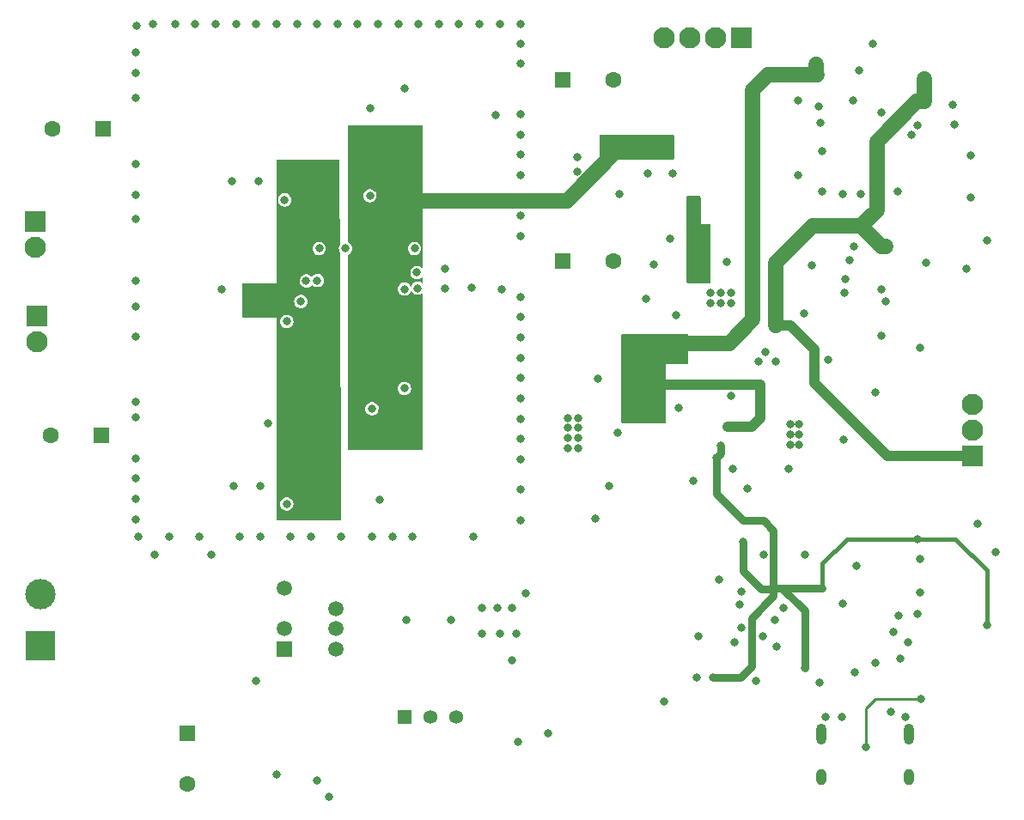
<source format=gbr>
%TF.GenerationSoftware,KiCad,Pcbnew,(6.0.0-0)*%
%TF.CreationDate,2022-09-04T12:08:37+02:00*%
%TF.ProjectId,RIAA_ADC,52494141-5f41-4444-932e-6b696361645f,rev?*%
%TF.SameCoordinates,Original*%
%TF.FileFunction,Copper,L3,Inr*%
%TF.FilePolarity,Positive*%
%FSLAX46Y46*%
G04 Gerber Fmt 4.6, Leading zero omitted, Abs format (unit mm)*
G04 Created by KiCad (PCBNEW (6.0.0-0)) date 2022-09-04 12:08:37*
%MOMM*%
%LPD*%
G01*
G04 APERTURE LIST*
%TA.AperFunction,ComponentPad*%
%ADD10R,1.600000X1.600000*%
%TD*%
%TA.AperFunction,ComponentPad*%
%ADD11C,1.600000*%
%TD*%
%TA.AperFunction,ComponentPad*%
%ADD12R,1.500000X1.500000*%
%TD*%
%TA.AperFunction,ComponentPad*%
%ADD13C,1.500000*%
%TD*%
%TA.AperFunction,ComponentPad*%
%ADD14R,2.100000X2.100000*%
%TD*%
%TA.AperFunction,ComponentPad*%
%ADD15C,2.100000*%
%TD*%
%TA.AperFunction,ComponentPad*%
%ADD16R,1.358000X1.358000*%
%TD*%
%TA.AperFunction,ComponentPad*%
%ADD17C,1.358000*%
%TD*%
%TA.AperFunction,ComponentPad*%
%ADD18O,1.000000X1.600000*%
%TD*%
%TA.AperFunction,ComponentPad*%
%ADD19O,1.000000X2.100000*%
%TD*%
%TA.AperFunction,ComponentPad*%
%ADD20R,3.000000X3.000000*%
%TD*%
%TA.AperFunction,ComponentPad*%
%ADD21C,3.000000*%
%TD*%
%TA.AperFunction,ViaPad*%
%ADD22C,0.800000*%
%TD*%
%TA.AperFunction,Conductor*%
%ADD23C,1.500000*%
%TD*%
%TA.AperFunction,Conductor*%
%ADD24C,0.400000*%
%TD*%
%TA.AperFunction,Conductor*%
%ADD25C,0.750000*%
%TD*%
%TA.AperFunction,Conductor*%
%ADD26C,1.000000*%
%TD*%
%TA.AperFunction,Conductor*%
%ADD27C,0.250000*%
%TD*%
G04 APERTURE END LIST*
D10*
%TO.N,Net-(C22-Pad1)*%
%TO.C,C22*%
X192800000Y-65775000D03*
D11*
%TO.N,PHONO_OUT_L*%
X197800000Y-65775000D03*
%TD*%
D12*
%TO.N,Net-(C27-Pad1)*%
%TO.C,U4*%
X165375151Y-104057500D03*
D13*
%TO.N,GND*%
X165375151Y-102057500D03*
%TO.N,unconnected-(U4-Pad4)*%
X165375151Y-98057500D03*
%TO.N,Net-(C37-Pad2)*%
X170455151Y-104057500D03*
%TO.N,GND*%
X170455151Y-102057500D03*
%TO.N,Net-(C39-Pad1)*%
X170455151Y-100057500D03*
%TD*%
D10*
%TO.N,Net-(C23-Pad1)*%
%TO.C,C23*%
X192800000Y-47975000D03*
D11*
%TO.N,PHONO_OUT_R*%
X197800000Y-47975000D03*
%TD*%
D14*
%TO.N,GND*%
%TO.C,J1*%
X141000000Y-71230000D03*
D15*
%TO.N,Net-(C2-Pad1)*%
X141000000Y-73770000D03*
%TD*%
D14*
%TO.N,PHONO_OUT_L*%
%TO.C,J3*%
X210400000Y-43800000D03*
D15*
%TO.N,GND*%
X207860000Y-43800000D03*
%TO.N,PHONO_OUT_R*%
X205320000Y-43800000D03*
%TO.N,GND*%
X202780000Y-43800000D03*
%TD*%
D14*
%TO.N,GND*%
%TO.C,J2*%
X140800000Y-61930000D03*
D15*
%TO.N,Net-(C3-Pad1)*%
X140800000Y-64470000D03*
%TD*%
D16*
%TO.N,Net-(C51-Pad1)*%
%TO.C,PS1*%
X177262651Y-110762500D03*
D17*
%TO.N,GND*%
X179802651Y-110762500D03*
%TO.N,Net-(C59-Pad1)*%
X182342651Y-110762500D03*
%TD*%
D18*
%TO.N,GND*%
%TO.C,J5*%
X226920000Y-116675000D03*
D19*
X226920000Y-112495000D03*
X218280000Y-112495000D03*
D18*
X218280000Y-116675000D03*
%TD*%
D10*
%TO.N,Net-(C5-Pad1)*%
%TO.C,C5*%
X147300000Y-83000000D03*
D11*
%TO.N,GND*%
X142300000Y-83000000D03*
%TD*%
D14*
%TO.N,+3.3VA*%
%TO.C,J7*%
X233200000Y-85000000D03*
D15*
%TO.N,Net-(J7-Pad2)*%
X233200000Y-82460000D03*
%TO.N,GND*%
X233200000Y-79920000D03*
%TD*%
D10*
%TO.N,Net-(C6-Pad1)*%
%TO.C,C6*%
X147500000Y-52800000D03*
D11*
%TO.N,GND*%
X142500000Y-52800000D03*
%TD*%
D10*
%TO.N,VCC*%
%TO.C,C45*%
X155802651Y-112375000D03*
D11*
%TO.N,GND*%
X155802651Y-117375000D03*
%TD*%
D20*
%TO.N,GND*%
%TO.C,J6*%
X141300000Y-103740000D03*
D21*
%TO.N,VCC*%
X141300000Y-98660000D03*
%TD*%
D22*
%TO.N,Net-(C5-Pad1)*%
X163800000Y-81800000D03*
%TO.N,GND*%
X188400000Y-113200000D03*
X225400000Y-102400000D03*
X169800000Y-118600000D03*
X150702651Y-67775000D03*
X201802651Y-66175000D03*
X158600000Y-42400000D03*
X164600000Y-116400000D03*
X193302651Y-82275000D03*
X197402651Y-87975000D03*
X188650000Y-81350000D03*
X213900000Y-103800000D03*
X228002651Y-74375000D03*
X193302651Y-81275000D03*
X220602651Y-68975000D03*
X214600000Y-100000000D03*
X188650000Y-46350000D03*
X160402651Y-87975000D03*
X188650000Y-61350000D03*
X216100000Y-82900000D03*
X166000000Y-93000000D03*
X158200000Y-94800000D03*
X205700000Y-87500000D03*
X151000000Y-93000000D03*
X226050000Y-105025000D03*
X194302651Y-84275000D03*
X156600000Y-42400000D03*
X188650000Y-85350000D03*
X152425000Y-42400000D03*
X220402651Y-59175000D03*
X164600000Y-42400000D03*
X209600000Y-86300000D03*
X173802651Y-50775000D03*
X228000000Y-95200000D03*
X162802651Y-57975000D03*
X233002651Y-59575000D03*
X227800000Y-100600000D03*
X224202651Y-51199500D03*
X160202651Y-57975000D03*
X188650000Y-75350000D03*
X184600000Y-42400000D03*
X188650000Y-55350000D03*
X178000000Y-93000000D03*
X162600000Y-42400000D03*
X189200000Y-98600000D03*
X223400000Y-44400000D03*
X209402651Y-68975000D03*
X216602651Y-70975000D03*
X165402651Y-59775000D03*
X228602651Y-65975000D03*
X212600000Y-94800000D03*
X174002651Y-80375000D03*
X188650000Y-51350000D03*
X188650000Y-77350000D03*
X220400000Y-99600000D03*
X210400000Y-98400000D03*
X225802651Y-58975000D03*
X177402651Y-101175000D03*
X218402651Y-58975000D03*
X213800000Y-75700000D03*
X188650000Y-73350000D03*
X188650000Y-57350000D03*
X204002651Y-71175000D03*
X150750000Y-59250000D03*
X168802651Y-64575000D03*
X188650000Y-69350000D03*
X212802651Y-74775000D03*
X196252651Y-77425000D03*
X203402651Y-63575000D03*
X174000000Y-93000000D03*
X219002651Y-75575000D03*
X204200000Y-80300000D03*
X194302651Y-82275000D03*
X186600000Y-42400000D03*
X182600000Y-42400000D03*
X194202651Y-55575000D03*
X218750000Y-110750000D03*
X215200000Y-82900000D03*
X191400000Y-112400000D03*
X150750000Y-89250000D03*
X216002651Y-57375000D03*
X198402651Y-59175000D03*
X154600000Y-42400000D03*
X193302651Y-83275000D03*
X188650000Y-91350000D03*
X150750000Y-45250000D03*
X194202651Y-56975000D03*
X159202651Y-68575000D03*
X184000000Y-93000000D03*
X150750000Y-79700000D03*
X168600000Y-42400000D03*
X196002651Y-91175000D03*
X177202651Y-78375000D03*
X218100000Y-107400000D03*
X223600000Y-78800000D03*
X221800000Y-95900000D03*
X207402651Y-68975000D03*
X168000000Y-93000000D03*
X161000000Y-93000000D03*
X163000000Y-93000000D03*
X208402651Y-68975000D03*
X150750000Y-85250000D03*
X231202651Y-50375000D03*
X178600000Y-42400000D03*
X150702651Y-70297349D03*
X201202651Y-57175000D03*
X206000000Y-106900000D03*
X188650000Y-83350000D03*
X177202651Y-48775000D03*
X232602651Y-66575000D03*
X150702651Y-73297349D03*
X181802651Y-101175000D03*
X165602651Y-89775000D03*
X209700000Y-103400000D03*
X150750000Y-91250000D03*
X198202651Y-82775000D03*
X188650000Y-53350000D03*
X228000000Y-98500000D03*
X150750000Y-56250000D03*
X233002651Y-55375000D03*
X212100000Y-75700000D03*
X188650000Y-71350000D03*
X202800000Y-109200000D03*
X177202651Y-68575000D03*
X215200000Y-81900000D03*
X176600000Y-42400000D03*
X222202651Y-59175000D03*
X187800000Y-105200000D03*
X162602651Y-107175000D03*
X165602651Y-71775000D03*
X170600000Y-42400000D03*
X188650000Y-88350000D03*
X226600000Y-110775000D03*
X188650000Y-44350000D03*
X201002651Y-69575000D03*
X168600000Y-117000000D03*
X171402651Y-64575000D03*
X163002651Y-87975000D03*
X150750000Y-47250000D03*
X208402651Y-69975000D03*
X227202651Y-53375000D03*
X216100000Y-83900000D03*
X188650000Y-42400000D03*
X224200000Y-73200000D03*
X231402651Y-52375000D03*
X216002651Y-49975000D03*
X154000000Y-93000000D03*
X183800000Y-68400000D03*
X234602651Y-63775000D03*
X173802651Y-59375000D03*
X150800000Y-42600000D03*
X150750000Y-87250000D03*
X166600000Y-42400000D03*
X216700000Y-94800000D03*
X152600000Y-94800000D03*
X150750000Y-49700000D03*
X157000000Y-93000000D03*
X193302651Y-84275000D03*
X172600000Y-42400000D03*
X215200000Y-83900000D03*
X194302651Y-81275000D03*
X209400000Y-79100000D03*
X221600000Y-106400000D03*
X178202651Y-64575000D03*
X180600000Y-42400000D03*
X188650000Y-63350000D03*
X176000000Y-93000000D03*
X167000000Y-69800000D03*
X188650000Y-79350000D03*
X150750000Y-81250000D03*
X174802651Y-89375000D03*
X160600000Y-42400000D03*
X174600000Y-42400000D03*
X209402651Y-69975000D03*
X207402651Y-69975000D03*
X150750000Y-61700000D03*
X194302651Y-83275000D03*
X216100000Y-81900000D03*
X171000000Y-93000000D03*
%TO.N,-12VA*%
X167800000Y-62000000D03*
X167200000Y-86200000D03*
X163000000Y-70600000D03*
X169400000Y-57400000D03*
X167000000Y-59600000D03*
X169600000Y-87200000D03*
X162400000Y-69400000D03*
X166400000Y-62600000D03*
X163600000Y-68600000D03*
X167200000Y-89400000D03*
X205600000Y-61800000D03*
X206200000Y-66800000D03*
X169800000Y-62000000D03*
X165400000Y-63600000D03*
X167000000Y-56600000D03*
X206200000Y-65400000D03*
X206400000Y-62800000D03*
%TO.N,+12VA*%
X174400000Y-66400000D03*
X176602651Y-53575000D03*
X202800000Y-54800000D03*
X173600000Y-65000000D03*
X172460000Y-83740000D03*
X200202651Y-54575000D03*
X201202651Y-54600000D03*
X177602651Y-53575000D03*
X174202651Y-64175000D03*
X175002651Y-82575000D03*
X174802651Y-53575000D03*
X175002651Y-83575000D03*
X198202651Y-54637500D03*
X172200000Y-70800000D03*
X172400000Y-53800000D03*
%TO.N,Net-(C22-Pad1)*%
X186802651Y-68602651D03*
%TO.N,PHONO_OUT_L*%
X203602651Y-57175000D03*
%TO.N,Net-(C23-Pad1)*%
X186202651Y-51375000D03*
%TO.N,+3V3*%
X216650000Y-105975000D03*
X207962500Y-85162500D03*
X208347389Y-84022389D03*
X234600000Y-101700000D03*
X218375000Y-98025000D03*
X207600000Y-106900000D03*
X227800000Y-93200000D03*
X210575000Y-93500000D03*
%TO.N,+15V*%
X186402651Y-99975000D03*
X187802651Y-99975000D03*
X178438826Y-66938826D03*
X178513826Y-68486174D03*
X181200000Y-66600000D03*
X181200000Y-68500000D03*
X184802651Y-99975000D03*
%TO.N,-15V*%
X167525000Y-67775000D03*
X186602651Y-102575000D03*
X184802651Y-102575000D03*
X188202651Y-102575000D03*
X168626325Y-67726325D03*
%TO.N,+3.3VA*%
X228427651Y-47872349D03*
X216902651Y-62875000D03*
X228427651Y-48872349D03*
X213802651Y-72175000D03*
X224602651Y-64375000D03*
X228427651Y-49772349D03*
%TO.N,+5V*%
X202852011Y-73897989D03*
X201950000Y-80925000D03*
X217850000Y-47450000D03*
X200350000Y-79225000D03*
X201975000Y-75200000D03*
X200400000Y-77200000D03*
X217800000Y-46450000D03*
X202300000Y-78000000D03*
X212300000Y-78000000D03*
X201775000Y-76450000D03*
X205002011Y-73897989D03*
X201100000Y-77900000D03*
X199400000Y-73975000D03*
X199775000Y-75350000D03*
X204200000Y-75250000D03*
X207125640Y-73897989D03*
X209062000Y-82138000D03*
X206002011Y-73897989D03*
%TO.N,SWDIO*%
X206200000Y-102800000D03*
X233700000Y-91700000D03*
%TO.N,SWCLK*%
X211825000Y-107200000D03*
X235475000Y-94475000D03*
%TO.N,/NRST*%
X213700000Y-101175000D03*
X225875000Y-100750000D03*
%TO.N,VBUS*%
X220300000Y-110800000D03*
X225150000Y-110250000D03*
%TO.N,USB_D_ESD+*%
X228075000Y-108975000D03*
X222725000Y-113750000D03*
%TO.N,MOSI_WM*%
X217372475Y-66272475D03*
X215037500Y-86337500D03*
%TO.N,RST_WM*%
X209000000Y-65900000D03*
X211000000Y-88225000D03*
%TO.N,Net-(R24-Pad2)*%
X218208288Y-52167374D03*
X218402651Y-54975000D03*
%TO.N,SS_WM*%
X220700000Y-67600000D03*
X208225000Y-97200000D03*
%TO.N,SCLK_WM*%
X210275000Y-99700000D03*
X221500000Y-64400000D03*
%TO.N,MISO_WM*%
X220500000Y-83425000D03*
X221100000Y-65700000D03*
%TO.N,USB_DM*%
X226800000Y-103400000D03*
X210375000Y-101950000D03*
%TO.N,USB_DP*%
X212500000Y-102825000D03*
X223625000Y-105450000D03*
%TO.N,DOUT_ADC*%
X218002651Y-50575000D03*
X224602651Y-69775000D03*
%TO.N,BCK_ADC*%
X224202651Y-68575000D03*
X221402651Y-49975000D03*
%TO.N,Net-(C63-Pad1)*%
X227752651Y-52425000D03*
X222000000Y-47000000D03*
%TD*%
D23*
%TO.N,+12VA*%
X198511149Y-54575000D02*
X193197323Y-59888826D01*
X200202651Y-54575000D02*
X198511149Y-54575000D01*
X178488826Y-59888826D02*
X174202651Y-64175000D01*
X193197323Y-59888826D02*
X178488826Y-59888826D01*
D24*
%TO.N,+3V3*%
X220800000Y-93200000D02*
X227800000Y-93200000D01*
D25*
X213574511Y-92374511D02*
X213574511Y-98174511D01*
X213724022Y-98025000D02*
X214425000Y-98025000D01*
X213724022Y-98025000D02*
X213574511Y-98174511D01*
X212600000Y-91400000D02*
X213574511Y-92374511D01*
X210575000Y-93500000D02*
X210575000Y-96375000D01*
D24*
X231500000Y-93200000D02*
X234600000Y-96300000D01*
D25*
X216650000Y-105975000D02*
X216650000Y-100250000D01*
D24*
X234600000Y-96300000D02*
X234600000Y-101700000D01*
X218375000Y-95625000D02*
X220800000Y-93200000D01*
D25*
X218375000Y-98025000D02*
X213724022Y-98025000D01*
X210300000Y-106900000D02*
X207600000Y-106900000D01*
X211400000Y-101000000D02*
X211400000Y-105800000D01*
X210575000Y-96375000D02*
X212374511Y-98174511D01*
X210600000Y-91400000D02*
X212600000Y-91400000D01*
X213300000Y-99100000D02*
X211400000Y-101000000D01*
X208347389Y-84777611D02*
X207962500Y-85162500D01*
X208347389Y-84022389D02*
X208347389Y-84777611D01*
X207962500Y-85162500D02*
X207962500Y-88762500D01*
X213574511Y-98174511D02*
X213574511Y-98825489D01*
X211400000Y-105800000D02*
X210300000Y-106900000D01*
D24*
X227800000Y-93200000D02*
X231500000Y-93200000D01*
D25*
X207962500Y-88762500D02*
X210600000Y-91400000D01*
D24*
X218375000Y-98025000D02*
X218375000Y-95625000D01*
D25*
X214425000Y-98025000D02*
X216650000Y-100250000D01*
X212374511Y-98174511D02*
X213574511Y-98174511D01*
X213574511Y-98825489D02*
X213300000Y-99100000D01*
D23*
%TO.N,+3.3VA*%
X217402651Y-62375000D02*
X216902651Y-62875000D01*
D26*
X215250000Y-72175000D02*
X217600000Y-74525000D01*
D23*
X224602651Y-64375000D02*
X224202651Y-64375000D01*
X216902651Y-62875000D02*
X213802651Y-65975000D01*
D26*
X230075000Y-85000000D02*
X224775000Y-85000000D01*
X224775000Y-85000000D02*
X217600000Y-77825000D01*
X217600000Y-74525000D02*
X217600000Y-77825000D01*
D23*
X223800000Y-54000000D02*
X227727651Y-50072349D01*
X222202651Y-62375000D02*
X223800000Y-60777651D01*
D26*
X233200000Y-85000000D02*
X230075000Y-85000000D01*
D23*
X222202651Y-62375000D02*
X217402651Y-62375000D01*
X224202651Y-64375000D02*
X222202651Y-62375000D01*
X228427651Y-50072349D02*
X228427651Y-47872349D01*
X227727651Y-50072349D02*
X228427651Y-50072349D01*
X213802651Y-65975000D02*
X213802651Y-72175000D01*
D26*
X213802651Y-72175000D02*
X215250000Y-72175000D01*
D23*
X223800000Y-60777651D02*
X223800000Y-54000000D01*
%TO.N,+5V*%
X211500000Y-49000000D02*
X213050000Y-47450000D01*
X209202011Y-73897989D02*
X211500000Y-71600000D01*
D26*
X201100000Y-77900000D02*
X200400000Y-77200000D01*
X212300000Y-78000000D02*
X202300000Y-78000000D01*
X212300000Y-78000000D02*
X212300000Y-81300000D01*
X201200000Y-78000000D02*
X201100000Y-77900000D01*
X212300000Y-81300000D02*
X211462000Y-82138000D01*
D23*
X207125640Y-73897989D02*
X209202011Y-73897989D01*
D26*
X217800000Y-47400000D02*
X217850000Y-47450000D01*
X211462000Y-82138000D02*
X209062000Y-82138000D01*
X202300000Y-78000000D02*
X201200000Y-78000000D01*
D23*
X213050000Y-47450000D02*
X217850000Y-47450000D01*
X211500000Y-71600000D02*
X211500000Y-49000000D01*
X217800000Y-46450000D02*
X217800000Y-47400000D01*
X207125640Y-73897989D02*
X205002011Y-73897989D01*
D27*
%TO.N,USB_D_ESD+*%
X228075000Y-108975000D02*
X223650000Y-108975000D01*
X223650000Y-108975000D02*
X222725000Y-109900000D01*
X222725000Y-109900000D02*
X222725000Y-113750000D01*
%TD*%
%TA.AperFunction,Conductor*%
%TO.N,+5V*%
G36*
X203000000Y-81649000D02*
G01*
X202979998Y-81717121D01*
X202926342Y-81763614D01*
X202874000Y-81775000D01*
X198726000Y-81775000D01*
X198657879Y-81754998D01*
X198611386Y-81701342D01*
X198600000Y-81649000D01*
X198600000Y-73101000D01*
X198620002Y-73032879D01*
X198673658Y-72986386D01*
X198726000Y-72975000D01*
X203000000Y-72975000D01*
X203000000Y-81649000D01*
G37*
%TD.AperFunction*%
%TD*%
%TA.AperFunction,Conductor*%
%TO.N,+12VA*%
G36*
X203744772Y-53395002D02*
G01*
X203791265Y-53448658D01*
X203802651Y-53501000D01*
X203802651Y-55649000D01*
X203782649Y-55717121D01*
X203728993Y-55763614D01*
X203676651Y-55775000D01*
X196528651Y-55775000D01*
X196460530Y-55754998D01*
X196414037Y-55701342D01*
X196402651Y-55649000D01*
X196402651Y-53501000D01*
X196422653Y-53432879D01*
X196476309Y-53386386D01*
X196528651Y-53375000D01*
X203676651Y-53375000D01*
X203744772Y-53395002D01*
G37*
%TD.AperFunction*%
%TD*%
%TA.AperFunction,Conductor*%
%TO.N,-12VA*%
G36*
X170785923Y-55814352D02*
G01*
X170800274Y-55848724D01*
X170818641Y-59118076D01*
X170847234Y-64207720D01*
X170838325Y-64236170D01*
X170821523Y-64260077D01*
X170819826Y-64262492D01*
X170762106Y-64410536D01*
X170741365Y-64568075D01*
X170758802Y-64726013D01*
X170813409Y-64875234D01*
X170815054Y-64877682D01*
X170815057Y-64877688D01*
X170843055Y-64919353D01*
X170851384Y-64946408D01*
X170999723Y-91350725D01*
X170985566Y-91385453D01*
X170950724Y-91400000D01*
X164649000Y-91400000D01*
X164614352Y-91385648D01*
X164600000Y-91351000D01*
X164600000Y-89768075D01*
X164941365Y-89768075D01*
X164958802Y-89926013D01*
X165013409Y-90075234D01*
X165102034Y-90207121D01*
X165219560Y-90314062D01*
X165222153Y-90315470D01*
X165222156Y-90315472D01*
X165332301Y-90375276D01*
X165359202Y-90389882D01*
X165512899Y-90430203D01*
X165601187Y-90431590D01*
X165668827Y-90432653D01*
X165668830Y-90432653D01*
X165671778Y-90432699D01*
X165674655Y-90432040D01*
X165674656Y-90432040D01*
X165823781Y-90397886D01*
X165823783Y-90397885D01*
X165826666Y-90397225D01*
X165829307Y-90395897D01*
X165829309Y-90395896D01*
X165899782Y-90360451D01*
X165968621Y-90325829D01*
X166089448Y-90222633D01*
X166182172Y-90093594D01*
X166241439Y-89946163D01*
X166263828Y-89788850D01*
X166263973Y-89775000D01*
X166244883Y-89617253D01*
X166243451Y-89613461D01*
X166189762Y-89471377D01*
X166189761Y-89471376D01*
X166188717Y-89468612D01*
X166098716Y-89337660D01*
X166096511Y-89335695D01*
X166096508Y-89335692D01*
X165982286Y-89233925D01*
X165980076Y-89231956D01*
X165839648Y-89157603D01*
X165685537Y-89118893D01*
X165604810Y-89118470D01*
X165529594Y-89118076D01*
X165529590Y-89118076D01*
X165526641Y-89118061D01*
X165523772Y-89118750D01*
X165523770Y-89118750D01*
X165375007Y-89154465D01*
X165372133Y-89155155D01*
X165230933Y-89228033D01*
X165111193Y-89332489D01*
X165109495Y-89334904D01*
X165109494Y-89334906D01*
X165105846Y-89340097D01*
X165019826Y-89462492D01*
X165018755Y-89465240D01*
X165018753Y-89465243D01*
X164981366Y-89561136D01*
X164962106Y-89610536D01*
X164941365Y-89768075D01*
X164600000Y-89768075D01*
X164600000Y-71768075D01*
X164941365Y-71768075D01*
X164958802Y-71926013D01*
X165013409Y-72075234D01*
X165102034Y-72207121D01*
X165219560Y-72314062D01*
X165222153Y-72315470D01*
X165222156Y-72315472D01*
X165332301Y-72375276D01*
X165359202Y-72389882D01*
X165512899Y-72430203D01*
X165601187Y-72431590D01*
X165668827Y-72432653D01*
X165668830Y-72432653D01*
X165671778Y-72432699D01*
X165674655Y-72432040D01*
X165674656Y-72432040D01*
X165823781Y-72397886D01*
X165823783Y-72397885D01*
X165826666Y-72397225D01*
X165829307Y-72395897D01*
X165829309Y-72395896D01*
X165899782Y-72360451D01*
X165968621Y-72325829D01*
X166089448Y-72222633D01*
X166182172Y-72093594D01*
X166241439Y-71946163D01*
X166263828Y-71788850D01*
X166263973Y-71775000D01*
X166244883Y-71617253D01*
X166243451Y-71613461D01*
X166189762Y-71471377D01*
X166189761Y-71471376D01*
X166188717Y-71468612D01*
X166098716Y-71337660D01*
X166096511Y-71335695D01*
X166096508Y-71335692D01*
X165982286Y-71233925D01*
X165980076Y-71231956D01*
X165839648Y-71157603D01*
X165685537Y-71118893D01*
X165604810Y-71118470D01*
X165529594Y-71118076D01*
X165529590Y-71118076D01*
X165526641Y-71118061D01*
X165523772Y-71118750D01*
X165523770Y-71118750D01*
X165375007Y-71154465D01*
X165372133Y-71155155D01*
X165230933Y-71228033D01*
X165111193Y-71332489D01*
X165109495Y-71334904D01*
X165109494Y-71334906D01*
X165105846Y-71340097D01*
X165019826Y-71462492D01*
X165018755Y-71465240D01*
X165018753Y-71465243D01*
X164981366Y-71561136D01*
X164962106Y-71610536D01*
X164941365Y-71768075D01*
X164600000Y-71768075D01*
X164600000Y-69793075D01*
X166338714Y-69793075D01*
X166356151Y-69951013D01*
X166410758Y-70100234D01*
X166499383Y-70232121D01*
X166616909Y-70339062D01*
X166619502Y-70340470D01*
X166619505Y-70340472D01*
X166729650Y-70400276D01*
X166756551Y-70414882D01*
X166910248Y-70455203D01*
X166998536Y-70456590D01*
X167066176Y-70457653D01*
X167066179Y-70457653D01*
X167069127Y-70457699D01*
X167072004Y-70457040D01*
X167072005Y-70457040D01*
X167221130Y-70422886D01*
X167221132Y-70422885D01*
X167224015Y-70422225D01*
X167226656Y-70420897D01*
X167226658Y-70420896D01*
X167297131Y-70385451D01*
X167365970Y-70350829D01*
X167486797Y-70247633D01*
X167579521Y-70118594D01*
X167638788Y-69971163D01*
X167661177Y-69813850D01*
X167661322Y-69800000D01*
X167642232Y-69642253D01*
X167640800Y-69638461D01*
X167587111Y-69496377D01*
X167587110Y-69496376D01*
X167586066Y-69493612D01*
X167496065Y-69362660D01*
X167493860Y-69360695D01*
X167493857Y-69360692D01*
X167379635Y-69258925D01*
X167377425Y-69256956D01*
X167236997Y-69182603D01*
X167082886Y-69143893D01*
X167002159Y-69143470D01*
X166926943Y-69143076D01*
X166926939Y-69143076D01*
X166923990Y-69143061D01*
X166921121Y-69143750D01*
X166921119Y-69143750D01*
X166772356Y-69179465D01*
X166769482Y-69180155D01*
X166628282Y-69253033D01*
X166508542Y-69357489D01*
X166506844Y-69359904D01*
X166506843Y-69359906D01*
X166503195Y-69365097D01*
X166417175Y-69487492D01*
X166416104Y-69490240D01*
X166416102Y-69490243D01*
X166378715Y-69586136D01*
X166359455Y-69635536D01*
X166338714Y-69793075D01*
X164600000Y-69793075D01*
X164600000Y-67768075D01*
X166863714Y-67768075D01*
X166881151Y-67926013D01*
X166935758Y-68075234D01*
X166937403Y-68077682D01*
X167000490Y-68171564D01*
X167024383Y-68207121D01*
X167141909Y-68314062D01*
X167144502Y-68315470D01*
X167144505Y-68315472D01*
X167206645Y-68349211D01*
X167281551Y-68389882D01*
X167435248Y-68430203D01*
X167523536Y-68431590D01*
X167591176Y-68432653D01*
X167591179Y-68432653D01*
X167594127Y-68432699D01*
X167597004Y-68432040D01*
X167597005Y-68432040D01*
X167746130Y-68397886D01*
X167746132Y-68397885D01*
X167749015Y-68397225D01*
X167751656Y-68395897D01*
X167751658Y-68395896D01*
X167860394Y-68341207D01*
X167890970Y-68325829D01*
X168011797Y-68222633D01*
X168052658Y-68165769D01*
X168084531Y-68146007D01*
X168121044Y-68154571D01*
X168125512Y-68158662D01*
X168125708Y-68158446D01*
X168243234Y-68265387D01*
X168245827Y-68266795D01*
X168245830Y-68266797D01*
X168335478Y-68315472D01*
X168382876Y-68341207D01*
X168536573Y-68381528D01*
X168624861Y-68382915D01*
X168692501Y-68383978D01*
X168692504Y-68383978D01*
X168695452Y-68384024D01*
X168698329Y-68383365D01*
X168698330Y-68383365D01*
X168847455Y-68349211D01*
X168847457Y-68349210D01*
X168850340Y-68348550D01*
X168852981Y-68347222D01*
X168852983Y-68347221D01*
X168923456Y-68311776D01*
X168992295Y-68277154D01*
X169113122Y-68173958D01*
X169159298Y-68109697D01*
X169204121Y-68047320D01*
X169204122Y-68047318D01*
X169205846Y-68044919D01*
X169265113Y-67897488D01*
X169287502Y-67740175D01*
X169287647Y-67726325D01*
X169268557Y-67568578D01*
X169229511Y-67465243D01*
X169213436Y-67422702D01*
X169213435Y-67422701D01*
X169212391Y-67419937D01*
X169122390Y-67288985D01*
X169120185Y-67287020D01*
X169120182Y-67287017D01*
X169005960Y-67185250D01*
X169003750Y-67183281D01*
X168863322Y-67108928D01*
X168709211Y-67070218D01*
X168628484Y-67069795D01*
X168553268Y-67069401D01*
X168553264Y-67069401D01*
X168550315Y-67069386D01*
X168547446Y-67070075D01*
X168547444Y-67070075D01*
X168398681Y-67105790D01*
X168395807Y-67106480D01*
X168393179Y-67107836D01*
X168393180Y-67107836D01*
X168298873Y-67156511D01*
X168254607Y-67179358D01*
X168134867Y-67283814D01*
X168102022Y-67330548D01*
X168098860Y-67335047D01*
X168067195Y-67355141D01*
X168030595Y-67346960D01*
X168022431Y-67339648D01*
X168021065Y-67337660D01*
X167902425Y-67231956D01*
X167761997Y-67157603D01*
X167607886Y-67118893D01*
X167527159Y-67118470D01*
X167451943Y-67118076D01*
X167451939Y-67118076D01*
X167448990Y-67118061D01*
X167446121Y-67118750D01*
X167446119Y-67118750D01*
X167297356Y-67154465D01*
X167294482Y-67155155D01*
X167153282Y-67228033D01*
X167033542Y-67332489D01*
X167031844Y-67334904D01*
X167031843Y-67334906D01*
X167017622Y-67355141D01*
X166942175Y-67462492D01*
X166884455Y-67610536D01*
X166884070Y-67613461D01*
X166869421Y-67724731D01*
X166863714Y-67768075D01*
X164600000Y-67768075D01*
X164600000Y-64568075D01*
X168141365Y-64568075D01*
X168158802Y-64726013D01*
X168213409Y-64875234D01*
X168302034Y-65007121D01*
X168419560Y-65114062D01*
X168422153Y-65115470D01*
X168422156Y-65115472D01*
X168532301Y-65175276D01*
X168559202Y-65189882D01*
X168712899Y-65230203D01*
X168801187Y-65231590D01*
X168868827Y-65232653D01*
X168868830Y-65232653D01*
X168871778Y-65232699D01*
X168874655Y-65232040D01*
X168874656Y-65232040D01*
X169023781Y-65197886D01*
X169023783Y-65197885D01*
X169026666Y-65197225D01*
X169029307Y-65195897D01*
X169029309Y-65195896D01*
X169099782Y-65160451D01*
X169168621Y-65125829D01*
X169289448Y-65022633D01*
X169382172Y-64893594D01*
X169441439Y-64746163D01*
X169463828Y-64588850D01*
X169463973Y-64575000D01*
X169444883Y-64417253D01*
X169443451Y-64413461D01*
X169389762Y-64271377D01*
X169389761Y-64271376D01*
X169388717Y-64268612D01*
X169298716Y-64137660D01*
X169296511Y-64135695D01*
X169296508Y-64135692D01*
X169182286Y-64033925D01*
X169180076Y-64031956D01*
X169039648Y-63957603D01*
X168885537Y-63918893D01*
X168804810Y-63918470D01*
X168729594Y-63918076D01*
X168729590Y-63918076D01*
X168726641Y-63918061D01*
X168723772Y-63918750D01*
X168723770Y-63918750D01*
X168575007Y-63954465D01*
X168572133Y-63955155D01*
X168430933Y-64028033D01*
X168311193Y-64132489D01*
X168309495Y-64134904D01*
X168309494Y-64134906D01*
X168305846Y-64140097D01*
X168219826Y-64262492D01*
X168218755Y-64265240D01*
X168218753Y-64265243D01*
X168181366Y-64361136D01*
X168162106Y-64410536D01*
X168141365Y-64568075D01*
X164600000Y-64568075D01*
X164600000Y-59768075D01*
X164741365Y-59768075D01*
X164758802Y-59926013D01*
X164813409Y-60075234D01*
X164902034Y-60207121D01*
X165019560Y-60314062D01*
X165022153Y-60315470D01*
X165022156Y-60315472D01*
X165132301Y-60375276D01*
X165159202Y-60389882D01*
X165312899Y-60430203D01*
X165401187Y-60431590D01*
X165468827Y-60432653D01*
X165468830Y-60432653D01*
X165471778Y-60432699D01*
X165474655Y-60432040D01*
X165474656Y-60432040D01*
X165623781Y-60397886D01*
X165623783Y-60397885D01*
X165626666Y-60397225D01*
X165629307Y-60395897D01*
X165629309Y-60395896D01*
X165699782Y-60360451D01*
X165768621Y-60325829D01*
X165889448Y-60222633D01*
X165982172Y-60093594D01*
X166041439Y-59946163D01*
X166063828Y-59788850D01*
X166063973Y-59775000D01*
X166044883Y-59617253D01*
X166043451Y-59613461D01*
X165989762Y-59471377D01*
X165989761Y-59471376D01*
X165988717Y-59468612D01*
X165898716Y-59337660D01*
X165896511Y-59335695D01*
X165896508Y-59335692D01*
X165782286Y-59233925D01*
X165780076Y-59231956D01*
X165639648Y-59157603D01*
X165485537Y-59118893D01*
X165404810Y-59118470D01*
X165329594Y-59118076D01*
X165329590Y-59118076D01*
X165326641Y-59118061D01*
X165323772Y-59118750D01*
X165323770Y-59118750D01*
X165175007Y-59154465D01*
X165172133Y-59155155D01*
X165030933Y-59228033D01*
X164911193Y-59332489D01*
X164909495Y-59334904D01*
X164909494Y-59334906D01*
X164905846Y-59340097D01*
X164819826Y-59462492D01*
X164818755Y-59465240D01*
X164818753Y-59465243D01*
X164781366Y-59561136D01*
X164762106Y-59610536D01*
X164741365Y-59768075D01*
X164600000Y-59768075D01*
X164600000Y-55849000D01*
X164614352Y-55814352D01*
X164649000Y-55800000D01*
X170751275Y-55800000D01*
X170785923Y-55814352D01*
G37*
%TD.AperFunction*%
%TD*%
%TA.AperFunction,Conductor*%
%TO.N,+12VA*%
G36*
X178985648Y-52414352D02*
G01*
X179000000Y-52449000D01*
X179000000Y-66450212D01*
X178985648Y-66484860D01*
X178951000Y-66499212D01*
X178918404Y-66486797D01*
X178818461Y-66397751D01*
X178816251Y-66395782D01*
X178675823Y-66321429D01*
X178521712Y-66282719D01*
X178440985Y-66282296D01*
X178365769Y-66281902D01*
X178365765Y-66281902D01*
X178362816Y-66281887D01*
X178359947Y-66282576D01*
X178359945Y-66282576D01*
X178211182Y-66318291D01*
X178208308Y-66318981D01*
X178067108Y-66391859D01*
X177947368Y-66496315D01*
X177945670Y-66498730D01*
X177945669Y-66498732D01*
X177901685Y-66561316D01*
X177856001Y-66626318D01*
X177854930Y-66629066D01*
X177854928Y-66629069D01*
X177817541Y-66724962D01*
X177798281Y-66774362D01*
X177777540Y-66931901D01*
X177794977Y-67089839D01*
X177849584Y-67239060D01*
X177938209Y-67370947D01*
X178055735Y-67477888D01*
X178058328Y-67479296D01*
X178058331Y-67479298D01*
X178168476Y-67539102D01*
X178195377Y-67553708D01*
X178349074Y-67594029D01*
X178437362Y-67595416D01*
X178505002Y-67596479D01*
X178505005Y-67596479D01*
X178507953Y-67596525D01*
X178510830Y-67595866D01*
X178510831Y-67595866D01*
X178659956Y-67561712D01*
X178659958Y-67561711D01*
X178662841Y-67561051D01*
X178665482Y-67559723D01*
X178665484Y-67559722D01*
X178735957Y-67524277D01*
X178804796Y-67489655D01*
X178919178Y-67391964D01*
X178954844Y-67380375D01*
X178988260Y-67397401D01*
X179000000Y-67429224D01*
X179000000Y-67930737D01*
X178985648Y-67965385D01*
X178951000Y-67979737D01*
X178918405Y-67967323D01*
X178891251Y-67943130D01*
X178750823Y-67868777D01*
X178596712Y-67830067D01*
X178515985Y-67829644D01*
X178440769Y-67829250D01*
X178440765Y-67829250D01*
X178437816Y-67829235D01*
X178434947Y-67829924D01*
X178434945Y-67829924D01*
X178286182Y-67865639D01*
X178283308Y-67866329D01*
X178142108Y-67939207D01*
X178022368Y-68043663D01*
X178020670Y-68046078D01*
X178020669Y-68046080D01*
X177976684Y-68108665D01*
X177931001Y-68173666D01*
X177929930Y-68176414D01*
X177929928Y-68176417D01*
X177886895Y-68286791D01*
X177860937Y-68313860D01*
X177823443Y-68314645D01*
X177795405Y-68286312D01*
X177789762Y-68271377D01*
X177789761Y-68271376D01*
X177788717Y-68268612D01*
X177698716Y-68137660D01*
X177696511Y-68135695D01*
X177696508Y-68135692D01*
X177582286Y-68033925D01*
X177580076Y-68031956D01*
X177439648Y-67957603D01*
X177285537Y-67918893D01*
X177204810Y-67918470D01*
X177129594Y-67918076D01*
X177129590Y-67918076D01*
X177126641Y-67918061D01*
X177123772Y-67918750D01*
X177123770Y-67918750D01*
X177014036Y-67945095D01*
X176972133Y-67955155D01*
X176830933Y-68028033D01*
X176711193Y-68132489D01*
X176709495Y-68134904D01*
X176709494Y-68134906D01*
X176680320Y-68176417D01*
X176619826Y-68262492D01*
X176618755Y-68265240D01*
X176618753Y-68265243D01*
X176610539Y-68286312D01*
X176562106Y-68410536D01*
X176541365Y-68568075D01*
X176558802Y-68726013D01*
X176613409Y-68875234D01*
X176615054Y-68877682D01*
X176691725Y-68991779D01*
X176702034Y-69007121D01*
X176704213Y-69009103D01*
X176704214Y-69009105D01*
X176741278Y-69042831D01*
X176819560Y-69114062D01*
X176822153Y-69115470D01*
X176822156Y-69115472D01*
X176932301Y-69175276D01*
X176959202Y-69189882D01*
X177112899Y-69230203D01*
X177201187Y-69231590D01*
X177268827Y-69232653D01*
X177268830Y-69232653D01*
X177271778Y-69232699D01*
X177274655Y-69232040D01*
X177274656Y-69232040D01*
X177423781Y-69197886D01*
X177423783Y-69197885D01*
X177426666Y-69197225D01*
X177429307Y-69195897D01*
X177429309Y-69195896D01*
X177499782Y-69160451D01*
X177568621Y-69125829D01*
X177672623Y-69037003D01*
X177687206Y-69024548D01*
X177687207Y-69024547D01*
X177689448Y-69022633D01*
X177782172Y-68893594D01*
X177826375Y-68783635D01*
X177829642Y-68775509D01*
X177855882Y-68748715D01*
X177893383Y-68748322D01*
X177921122Y-68776948D01*
X177924584Y-68786408D01*
X177926229Y-68788856D01*
X177996611Y-68893594D01*
X178013209Y-68918295D01*
X178130735Y-69025236D01*
X178133328Y-69026644D01*
X178133331Y-69026646D01*
X178159083Y-69040628D01*
X178270377Y-69101056D01*
X178424074Y-69141377D01*
X178512362Y-69142764D01*
X178580002Y-69143827D01*
X178580005Y-69143827D01*
X178582953Y-69143873D01*
X178585830Y-69143214D01*
X178585831Y-69143214D01*
X178734956Y-69109060D01*
X178734958Y-69109059D01*
X178737841Y-69108399D01*
X178740482Y-69107071D01*
X178740484Y-69107070D01*
X178872588Y-69040628D01*
X178879796Y-69037003D01*
X178919178Y-69003368D01*
X178954844Y-68991779D01*
X178988260Y-69008805D01*
X179000000Y-69040628D01*
X179000000Y-84351000D01*
X178985648Y-84385648D01*
X178951000Y-84400000D01*
X171649000Y-84400000D01*
X171614352Y-84385648D01*
X171600000Y-84351000D01*
X171600000Y-80368075D01*
X173341365Y-80368075D01*
X173358802Y-80526013D01*
X173413409Y-80675234D01*
X173502034Y-80807121D01*
X173619560Y-80914062D01*
X173622153Y-80915470D01*
X173622156Y-80915472D01*
X173732301Y-80975276D01*
X173759202Y-80989882D01*
X173912899Y-81030203D01*
X174001187Y-81031590D01*
X174068827Y-81032653D01*
X174068830Y-81032653D01*
X174071778Y-81032699D01*
X174074655Y-81032040D01*
X174074656Y-81032040D01*
X174223781Y-80997886D01*
X174223783Y-80997885D01*
X174226666Y-80997225D01*
X174229307Y-80995897D01*
X174229309Y-80995896D01*
X174299782Y-80960451D01*
X174368621Y-80925829D01*
X174489448Y-80822633D01*
X174582172Y-80693594D01*
X174641439Y-80546163D01*
X174663828Y-80388850D01*
X174663973Y-80375000D01*
X174644883Y-80217253D01*
X174643451Y-80213461D01*
X174589762Y-80071377D01*
X174589761Y-80071376D01*
X174588717Y-80068612D01*
X174498716Y-79937660D01*
X174496511Y-79935695D01*
X174496508Y-79935692D01*
X174382286Y-79833925D01*
X174380076Y-79831956D01*
X174239648Y-79757603D01*
X174085537Y-79718893D01*
X174004810Y-79718470D01*
X173929594Y-79718076D01*
X173929590Y-79718076D01*
X173926641Y-79718061D01*
X173923772Y-79718750D01*
X173923770Y-79718750D01*
X173775007Y-79754465D01*
X173772133Y-79755155D01*
X173630933Y-79828033D01*
X173511193Y-79932489D01*
X173509495Y-79934904D01*
X173509494Y-79934906D01*
X173505846Y-79940097D01*
X173419826Y-80062492D01*
X173418755Y-80065240D01*
X173418753Y-80065243D01*
X173381366Y-80161136D01*
X173362106Y-80210536D01*
X173341365Y-80368075D01*
X171600000Y-80368075D01*
X171600000Y-78368075D01*
X176541365Y-78368075D01*
X176558802Y-78526013D01*
X176613409Y-78675234D01*
X176702034Y-78807121D01*
X176819560Y-78914062D01*
X176822153Y-78915470D01*
X176822156Y-78915472D01*
X176932301Y-78975276D01*
X176959202Y-78989882D01*
X177112899Y-79030203D01*
X177201187Y-79031590D01*
X177268827Y-79032653D01*
X177268830Y-79032653D01*
X177271778Y-79032699D01*
X177274655Y-79032040D01*
X177274656Y-79032040D01*
X177423781Y-78997886D01*
X177423783Y-78997885D01*
X177426666Y-78997225D01*
X177429307Y-78995897D01*
X177429309Y-78995896D01*
X177499782Y-78960451D01*
X177568621Y-78925829D01*
X177689448Y-78822633D01*
X177782172Y-78693594D01*
X177841439Y-78546163D01*
X177863828Y-78388850D01*
X177863973Y-78375000D01*
X177844883Y-78217253D01*
X177843451Y-78213461D01*
X177789762Y-78071377D01*
X177789761Y-78071376D01*
X177788717Y-78068612D01*
X177698716Y-77937660D01*
X177696511Y-77935695D01*
X177696508Y-77935692D01*
X177582286Y-77833925D01*
X177580076Y-77831956D01*
X177439648Y-77757603D01*
X177285537Y-77718893D01*
X177204810Y-77718470D01*
X177129594Y-77718076D01*
X177129590Y-77718076D01*
X177126641Y-77718061D01*
X177123772Y-77718750D01*
X177123770Y-77718750D01*
X176975007Y-77754465D01*
X176972133Y-77755155D01*
X176830933Y-77828033D01*
X176711193Y-77932489D01*
X176709495Y-77934904D01*
X176709494Y-77934906D01*
X176705846Y-77940097D01*
X176619826Y-78062492D01*
X176618755Y-78065240D01*
X176618753Y-78065243D01*
X176581366Y-78161136D01*
X176562106Y-78210536D01*
X176541365Y-78368075D01*
X171600000Y-78368075D01*
X171600000Y-65240841D01*
X171614352Y-65206193D01*
X171626983Y-65197066D01*
X171712210Y-65154201D01*
X171768621Y-65125829D01*
X171889448Y-65022633D01*
X171982172Y-64893594D01*
X172041439Y-64746163D01*
X172063828Y-64588850D01*
X172063973Y-64575000D01*
X172063135Y-64568075D01*
X177541365Y-64568075D01*
X177558802Y-64726013D01*
X177613409Y-64875234D01*
X177702034Y-65007121D01*
X177819560Y-65114062D01*
X177822153Y-65115470D01*
X177822156Y-65115472D01*
X177932301Y-65175276D01*
X177959202Y-65189882D01*
X178112899Y-65230203D01*
X178201187Y-65231590D01*
X178268827Y-65232653D01*
X178268830Y-65232653D01*
X178271778Y-65232699D01*
X178274655Y-65232040D01*
X178274656Y-65232040D01*
X178423781Y-65197886D01*
X178423783Y-65197885D01*
X178426666Y-65197225D01*
X178429307Y-65195897D01*
X178429309Y-65195896D01*
X178499782Y-65160451D01*
X178568621Y-65125829D01*
X178689448Y-65022633D01*
X178782172Y-64893594D01*
X178841439Y-64746163D01*
X178863828Y-64588850D01*
X178863973Y-64575000D01*
X178844883Y-64417253D01*
X178843451Y-64413461D01*
X178789762Y-64271377D01*
X178789761Y-64271376D01*
X178788717Y-64268612D01*
X178698716Y-64137660D01*
X178696511Y-64135695D01*
X178696508Y-64135692D01*
X178582286Y-64033925D01*
X178580076Y-64031956D01*
X178439648Y-63957603D01*
X178285537Y-63918893D01*
X178204810Y-63918470D01*
X178129594Y-63918076D01*
X178129590Y-63918076D01*
X178126641Y-63918061D01*
X178123772Y-63918750D01*
X178123770Y-63918750D01*
X178057759Y-63934598D01*
X177972133Y-63955155D01*
X177830933Y-64028033D01*
X177711193Y-64132489D01*
X177709495Y-64134904D01*
X177709494Y-64134906D01*
X177705846Y-64140097D01*
X177619826Y-64262492D01*
X177618755Y-64265240D01*
X177618753Y-64265243D01*
X177581366Y-64361136D01*
X177562106Y-64410536D01*
X177541365Y-64568075D01*
X172063135Y-64568075D01*
X172044883Y-64417253D01*
X172043451Y-64413461D01*
X171989762Y-64271377D01*
X171989761Y-64271376D01*
X171988717Y-64268612D01*
X171898716Y-64137660D01*
X171896511Y-64135695D01*
X171896508Y-64135692D01*
X171782286Y-64033925D01*
X171780076Y-64031956D01*
X171639648Y-63957603D01*
X171636781Y-63956883D01*
X171634023Y-63955824D01*
X171634361Y-63954945D01*
X171606958Y-63934598D01*
X171600000Y-63909430D01*
X171600000Y-59368075D01*
X173141365Y-59368075D01*
X173158802Y-59526013D01*
X173213409Y-59675234D01*
X173302034Y-59807121D01*
X173419560Y-59914062D01*
X173422153Y-59915470D01*
X173422156Y-59915472D01*
X173532301Y-59975276D01*
X173559202Y-59989882D01*
X173712899Y-60030203D01*
X173801187Y-60031590D01*
X173868827Y-60032653D01*
X173868830Y-60032653D01*
X173871778Y-60032699D01*
X173874655Y-60032040D01*
X173874656Y-60032040D01*
X174023781Y-59997886D01*
X174023783Y-59997885D01*
X174026666Y-59997225D01*
X174029307Y-59995897D01*
X174029309Y-59995896D01*
X174099782Y-59960451D01*
X174168621Y-59925829D01*
X174289448Y-59822633D01*
X174382172Y-59693594D01*
X174441439Y-59546163D01*
X174463828Y-59388850D01*
X174463973Y-59375000D01*
X174444883Y-59217253D01*
X174443451Y-59213461D01*
X174389762Y-59071377D01*
X174389761Y-59071376D01*
X174388717Y-59068612D01*
X174298716Y-58937660D01*
X174296511Y-58935695D01*
X174296508Y-58935692D01*
X174182286Y-58833925D01*
X174180076Y-58831956D01*
X174039648Y-58757603D01*
X173885537Y-58718893D01*
X173804810Y-58718470D01*
X173729594Y-58718076D01*
X173729590Y-58718076D01*
X173726641Y-58718061D01*
X173723772Y-58718750D01*
X173723770Y-58718750D01*
X173575007Y-58754465D01*
X173572133Y-58755155D01*
X173430933Y-58828033D01*
X173311193Y-58932489D01*
X173309495Y-58934904D01*
X173309494Y-58934906D01*
X173305846Y-58940097D01*
X173219826Y-59062492D01*
X173218755Y-59065240D01*
X173218753Y-59065243D01*
X173181366Y-59161136D01*
X173162106Y-59210536D01*
X173141365Y-59368075D01*
X171600000Y-59368075D01*
X171600000Y-52449000D01*
X171614352Y-52414352D01*
X171649000Y-52400000D01*
X178951000Y-52400000D01*
X178985648Y-52414352D01*
G37*
%TD.AperFunction*%
%TD*%
%TA.AperFunction,Conductor*%
%TO.N,+5V*%
G36*
X205144772Y-72995002D02*
G01*
X205191265Y-73048658D01*
X205202651Y-73101000D01*
X205202651Y-75849000D01*
X205182649Y-75917121D01*
X205128993Y-75963614D01*
X205076651Y-75975000D01*
X200802651Y-75975000D01*
X200802651Y-72975000D01*
X205076651Y-72975000D01*
X205144772Y-72995002D01*
G37*
%TD.AperFunction*%
%TD*%
%TA.AperFunction,Conductor*%
%TO.N,-12VA*%
G36*
X165402651Y-69775000D02*
G01*
X164802651Y-69775000D01*
X164802651Y-71375000D01*
X161251651Y-71375000D01*
X161217003Y-71360648D01*
X161202651Y-71326000D01*
X161202651Y-68024000D01*
X161217003Y-67989352D01*
X161251651Y-67975000D01*
X165402651Y-67975000D01*
X165402651Y-69775000D01*
G37*
%TD.AperFunction*%
%TD*%
%TA.AperFunction,Conductor*%
%TO.N,-12VA*%
G36*
X206344772Y-59395002D02*
G01*
X206391265Y-59448658D01*
X206402651Y-59501000D01*
X206402651Y-62175000D01*
X207276651Y-62175000D01*
X207344772Y-62195002D01*
X207391265Y-62248658D01*
X207402651Y-62301000D01*
X207402651Y-67849000D01*
X207382649Y-67917121D01*
X207328993Y-67963614D01*
X207276651Y-67975000D01*
X205128651Y-67975000D01*
X205060530Y-67954998D01*
X205014037Y-67901342D01*
X205002651Y-67849000D01*
X205002651Y-59501000D01*
X205022653Y-59432879D01*
X205076309Y-59386386D01*
X205128651Y-59375000D01*
X206276651Y-59375000D01*
X206344772Y-59395002D01*
G37*
%TD.AperFunction*%
%TD*%
M02*

</source>
